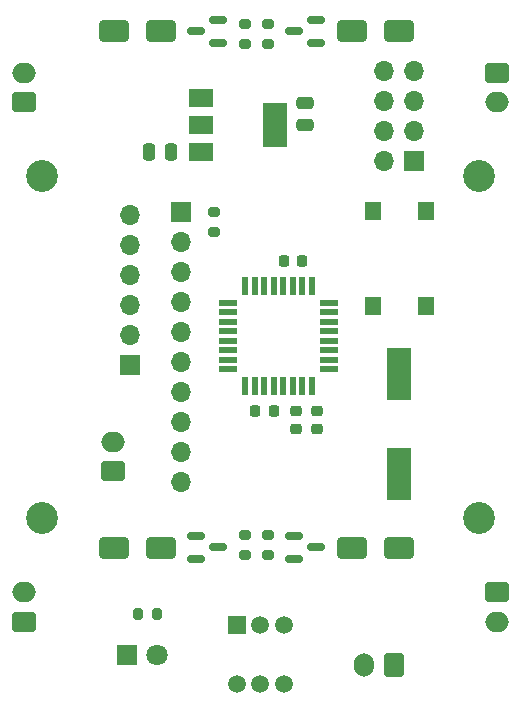
<source format=gts>
G04 #@! TF.GenerationSoftware,KiCad,Pcbnew,7.0.8*
G04 #@! TF.CreationDate,2024-02-21T14:18:38-03:00*
G04 #@! TF.ProjectId,Drone PCB,44726f6e-6520-4504-9342-2e6b69636164,1.0*
G04 #@! TF.SameCoordinates,Original*
G04 #@! TF.FileFunction,Soldermask,Top*
G04 #@! TF.FilePolarity,Negative*
%FSLAX46Y46*%
G04 Gerber Fmt 4.6, Leading zero omitted, Abs format (unit mm)*
G04 Created by KiCad (PCBNEW 7.0.8) date 2024-02-21 14:18:38*
%MOMM*%
%LPD*%
G01*
G04 APERTURE LIST*
G04 Aperture macros list*
%AMRoundRect*
0 Rectangle with rounded corners*
0 $1 Rounding radius*
0 $2 $3 $4 $5 $6 $7 $8 $9 X,Y pos of 4 corners*
0 Add a 4 corners polygon primitive as box body*
4,1,4,$2,$3,$4,$5,$6,$7,$8,$9,$2,$3,0*
0 Add four circle primitives for the rounded corners*
1,1,$1+$1,$2,$3*
1,1,$1+$1,$4,$5*
1,1,$1+$1,$6,$7*
1,1,$1+$1,$8,$9*
0 Add four rect primitives between the rounded corners*
20,1,$1+$1,$2,$3,$4,$5,0*
20,1,$1+$1,$4,$5,$6,$7,0*
20,1,$1+$1,$6,$7,$8,$9,0*
20,1,$1+$1,$8,$9,$2,$3,0*%
G04 Aperture macros list end*
%ADD10RoundRect,0.250000X0.750000X-0.600000X0.750000X0.600000X-0.750000X0.600000X-0.750000X-0.600000X0*%
%ADD11O,2.000000X1.700000*%
%ADD12RoundRect,0.250000X-1.000000X-0.650000X1.000000X-0.650000X1.000000X0.650000X-1.000000X0.650000X0*%
%ADD13R,1.800000X1.800000*%
%ADD14C,1.800000*%
%ADD15C,2.700000*%
%ADD16RoundRect,0.200000X0.275000X-0.200000X0.275000X0.200000X-0.275000X0.200000X-0.275000X-0.200000X0*%
%ADD17RoundRect,0.225000X-0.250000X0.225000X-0.250000X-0.225000X0.250000X-0.225000X0.250000X0.225000X0*%
%ADD18R,0.550000X1.600000*%
%ADD19R,1.600000X0.550000*%
%ADD20RoundRect,0.150000X0.587500X0.150000X-0.587500X0.150000X-0.587500X-0.150000X0.587500X-0.150000X0*%
%ADD21RoundRect,0.250000X-0.750000X0.600000X-0.750000X-0.600000X0.750000X-0.600000X0.750000X0.600000X0*%
%ADD22R,1.400000X1.600000*%
%ADD23RoundRect,0.225000X-0.225000X-0.250000X0.225000X-0.250000X0.225000X0.250000X-0.225000X0.250000X0*%
%ADD24RoundRect,0.200000X-0.275000X0.200000X-0.275000X-0.200000X0.275000X-0.200000X0.275000X0.200000X0*%
%ADD25RoundRect,0.200000X-0.200000X-0.275000X0.200000X-0.275000X0.200000X0.275000X-0.200000X0.275000X0*%
%ADD26RoundRect,0.250000X0.250000X0.475000X-0.250000X0.475000X-0.250000X-0.475000X0.250000X-0.475000X0*%
%ADD27R,2.000000X1.500000*%
%ADD28R,2.000000X3.800000*%
%ADD29R,2.000000X4.500000*%
%ADD30R,1.700000X1.700000*%
%ADD31O,1.700000X1.700000*%
%ADD32RoundRect,0.250000X0.475000X-0.250000X0.475000X0.250000X-0.475000X0.250000X-0.475000X-0.250000X0*%
%ADD33RoundRect,0.150000X-0.587500X-0.150000X0.587500X-0.150000X0.587500X0.150000X-0.587500X0.150000X0*%
%ADD34RoundRect,0.250000X1.000000X0.650000X-1.000000X0.650000X-1.000000X-0.650000X1.000000X-0.650000X0*%
%ADD35R,1.500000X1.500000*%
%ADD36C,1.500000*%
%ADD37RoundRect,0.250000X0.600000X0.750000X-0.600000X0.750000X-0.600000X-0.750000X0.600000X-0.750000X0*%
%ADD38O,1.700000X2.000000*%
G04 APERTURE END LIST*
D10*
X127563000Y-120257000D03*
D11*
X127563000Y-117757000D03*
D12*
X135132500Y-70226000D03*
X139132500Y-70226000D03*
D13*
X136293000Y-123043000D03*
D14*
X138833000Y-123043000D03*
D15*
X166063000Y-82507000D03*
D16*
X146226900Y-71321000D03*
X146226900Y-69671000D03*
D17*
X152367000Y-102375000D03*
X152367000Y-103925000D03*
D15*
X129063000Y-82507000D03*
D18*
X146287000Y-100300000D03*
X147087000Y-100300000D03*
X147887000Y-100300000D03*
X148687000Y-100300000D03*
X149487000Y-100300000D03*
X150287000Y-100300000D03*
X151087000Y-100300000D03*
X151887000Y-100300000D03*
D19*
X153337000Y-98850000D03*
X153337000Y-98050000D03*
X153337000Y-97250000D03*
X153337000Y-96450000D03*
X153337000Y-95650000D03*
X153337000Y-94850000D03*
X153337000Y-94050000D03*
X153337000Y-93250000D03*
D18*
X151887000Y-91800000D03*
X151087000Y-91800000D03*
X150287000Y-91800000D03*
X149487000Y-91800000D03*
X148687000Y-91800000D03*
X147887000Y-91800000D03*
X147087000Y-91800000D03*
X146287000Y-91800000D03*
D19*
X144837000Y-93250000D03*
X144837000Y-94050000D03*
X144837000Y-94850000D03*
X144837000Y-95650000D03*
X144837000Y-96450000D03*
X144837000Y-97250000D03*
X144837000Y-98050000D03*
X144837000Y-98850000D03*
D20*
X144002200Y-71226000D03*
X144002200Y-69326000D03*
X142127200Y-70276000D03*
D21*
X167563000Y-117757000D03*
D11*
X167563000Y-120257000D03*
D22*
X157063000Y-93507000D03*
X157063000Y-85507000D03*
X161563000Y-93507000D03*
X161563000Y-85507000D03*
D23*
X147137000Y-102400000D03*
X148687000Y-102400000D03*
D10*
X127563000Y-76257000D03*
D11*
X127563000Y-73757000D03*
D24*
X148199100Y-112912000D03*
X148199100Y-114562000D03*
D20*
X152298800Y-71226000D03*
X152298800Y-69326000D03*
X150423800Y-70276000D03*
D10*
X135038000Y-107507000D03*
D11*
X135038000Y-105007000D03*
D25*
X137183000Y-119614000D03*
X138833000Y-119614000D03*
D17*
X150607000Y-102375000D03*
X150607000Y-103925000D03*
D24*
X143626000Y-85577000D03*
X143626000Y-87227000D03*
X146226900Y-112912000D03*
X146226900Y-114562000D03*
D26*
X140004000Y-80511002D03*
X138104000Y-80511002D03*
D27*
X142508000Y-75911000D03*
X142508000Y-78211000D03*
D28*
X148808000Y-78211000D03*
D27*
X142508000Y-80511000D03*
D16*
X148199100Y-71321000D03*
X148199100Y-69671000D03*
D29*
X159313000Y-99257000D03*
X159313000Y-107757000D03*
D30*
X160530500Y-81227000D03*
D31*
X157990500Y-81227000D03*
X160530500Y-78687000D03*
X157990500Y-78687000D03*
X160530500Y-76147000D03*
X157990500Y-76147000D03*
X160530500Y-73607000D03*
X157990500Y-73607000D03*
D15*
X166063000Y-111507000D03*
D21*
X167563000Y-73757000D03*
D11*
X167563000Y-76257000D03*
D32*
X151358000Y-78207000D03*
X151358000Y-76307000D03*
D33*
X150423800Y-113007000D03*
X150423800Y-114907000D03*
X152298800Y-113957000D03*
D12*
X135132500Y-114007000D03*
X139132500Y-114007000D03*
D34*
X159293500Y-114007000D03*
X155293500Y-114007000D03*
D30*
X136489000Y-98531000D03*
D31*
X136489000Y-95991000D03*
X136489000Y-93451000D03*
X136489000Y-90911000D03*
X136489000Y-88371000D03*
X136489000Y-85831000D03*
D34*
X159293500Y-70226000D03*
X155293500Y-70226000D03*
D30*
X140863000Y-85577000D03*
D31*
X140863000Y-88117000D03*
X140863000Y-90657000D03*
X140863000Y-93197000D03*
X140863000Y-95737000D03*
X140863000Y-98277000D03*
X140863000Y-100817000D03*
X140863000Y-103357000D03*
X140863000Y-105897000D03*
X140863000Y-108437000D03*
D15*
X129063000Y-111507000D03*
D33*
X142127200Y-113007000D03*
X142127200Y-114907000D03*
X144002200Y-113957000D03*
D35*
X145563000Y-120543000D03*
D36*
X147563000Y-120543000D03*
X149563000Y-120543000D03*
X145563000Y-125543000D03*
X147563000Y-125543000D03*
X149563000Y-125543000D03*
D37*
X158833000Y-123932000D03*
D38*
X156333000Y-123932000D03*
D23*
X149537000Y-89700000D03*
X151087000Y-89700000D03*
M02*

</source>
